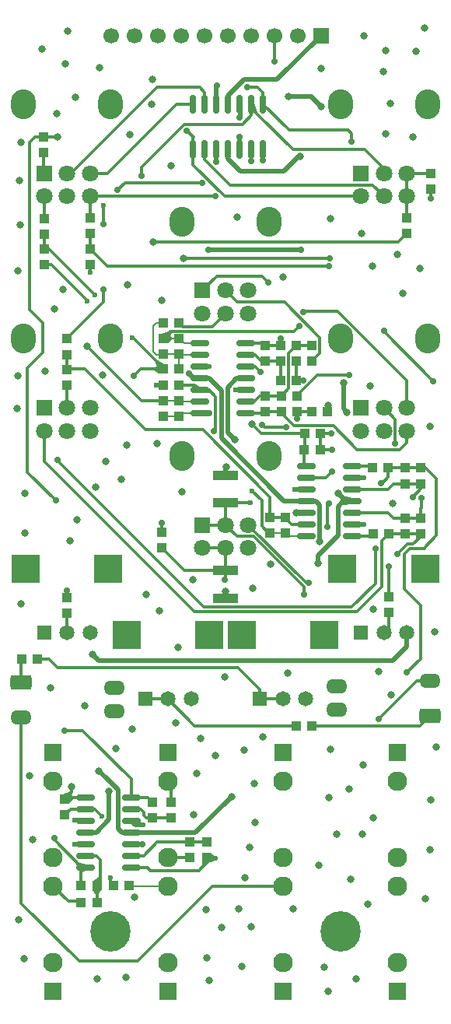
<source format=gbr>
%TF.GenerationSoftware,KiCad,Pcbnew,9.0.6*%
%TF.CreationDate,2025-12-17T11:16:15-05:00*%
%TF.ProjectId,lichen-crustose-control-board,6c696368-656e-42d6-9372-7573746f7365,1.0*%
%TF.SameCoordinates,Original*%
%TF.FileFunction,Copper,L4,Bot*%
%TF.FilePolarity,Positive*%
%FSLAX46Y46*%
G04 Gerber Fmt 4.6, Leading zero omitted, Abs format (unit mm)*
G04 Created by KiCad (PCBNEW 9.0.6) date 2025-12-17 11:16:15*
%MOMM*%
%LPD*%
G01*
G04 APERTURE LIST*
G04 Aperture macros list*
%AMRoundRect*
0 Rectangle with rounded corners*
0 $1 Rounding radius*
0 $2 $3 $4 $5 $6 $7 $8 $9 X,Y pos of 4 corners*
0 Add a 4 corners polygon primitive as box body*
4,1,4,$2,$3,$4,$5,$6,$7,$8,$9,$2,$3,0*
0 Add four circle primitives for the rounded corners*
1,1,$1+$1,$2,$3*
1,1,$1+$1,$4,$5*
1,1,$1+$1,$6,$7*
1,1,$1+$1,$8,$9*
0 Add four rect primitives between the rounded corners*
20,1,$1+$1,$2,$3,$4,$5,0*
20,1,$1+$1,$4,$5,$6,$7,0*
20,1,$1+$1,$6,$7,$8,$9,0*
20,1,$1+$1,$8,$9,$2,$3,0*%
G04 Aperture macros list end*
%TA.AperFunction,ComponentPad*%
%ADD10R,1.650000X1.650000*%
%TD*%
%TA.AperFunction,ComponentPad*%
%ADD11C,1.650000*%
%TD*%
%TA.AperFunction,ComponentPad*%
%ADD12R,3.116000X3.116000*%
%TD*%
%TA.AperFunction,ComponentPad*%
%ADD13O,2.720000X3.240000*%
%TD*%
%TA.AperFunction,ComponentPad*%
%ADD14R,1.800000X1.800000*%
%TD*%
%TA.AperFunction,ComponentPad*%
%ADD15C,1.800000*%
%TD*%
%TA.AperFunction,ComponentPad*%
%ADD16R,1.930000X1.830000*%
%TD*%
%TA.AperFunction,ComponentPad*%
%ADD17C,2.130000*%
%TD*%
%TA.AperFunction,SMDPad,CuDef*%
%ADD18R,1.000000X1.000000*%
%TD*%
%TA.AperFunction,SMDPad,CuDef*%
%ADD19RoundRect,0.150000X0.825000X0.150000X-0.825000X0.150000X-0.825000X-0.150000X0.825000X-0.150000X0*%
%TD*%
%TA.AperFunction,ComponentPad*%
%ADD20RoundRect,0.249630X0.895370X0.535370X-0.895370X0.535370X-0.895370X-0.535370X0.895370X-0.535370X0*%
%TD*%
%TA.AperFunction,ComponentPad*%
%ADD21O,2.290000X1.570000*%
%TD*%
%TA.AperFunction,SMDPad,CuDef*%
%ADD22R,2.700000X1.070000*%
%TD*%
%TA.AperFunction,ComponentPad*%
%ADD23RoundRect,0.249630X-0.895370X-0.535370X0.895370X-0.535370X0.895370X0.535370X-0.895370X0.535370X0*%
%TD*%
%TA.AperFunction,ComponentPad*%
%ADD24C,4.400000*%
%TD*%
%TA.AperFunction,SMDPad,CuDef*%
%ADD25RoundRect,0.150000X-0.150000X0.825000X-0.150000X-0.825000X0.150000X-0.825000X0.150000X0.825000X0*%
%TD*%
%TA.AperFunction,ComponentPad*%
%ADD26R,1.700000X1.700000*%
%TD*%
%TA.AperFunction,ComponentPad*%
%ADD27C,1.700000*%
%TD*%
%TA.AperFunction,ViaPad*%
%ADD28C,0.800000*%
%TD*%
%TA.AperFunction,ViaPad*%
%ADD29C,0.600000*%
%TD*%
%TA.AperFunction,ViaPad*%
%ADD30C,0.700000*%
%TD*%
%TA.AperFunction,Conductor*%
%ADD31C,0.500000*%
%TD*%
%TA.AperFunction,Conductor*%
%ADD32C,0.200000*%
%TD*%
%TA.AperFunction,Conductor*%
%ADD33C,0.300000*%
%TD*%
G04 APERTURE END LIST*
D10*
%TO.P,RV5,1,1*%
%TO.N,/Filters Sheet/CUTOFF_CV_ATTEN_L*%
X116500000Y-184700000D03*
D11*
%TO.P,RV5,2,2*%
X119000000Y-184700000D03*
%TO.P,RV5,3,3*%
%TO.N,GND*%
X121500000Y-184700000D03*
D12*
%TO.P,RV5,CHASSIS1*%
%TO.N,N/C*%
X114500000Y-177700000D03*
%TO.P,RV5,CHASSIS2*%
X123500000Y-177700000D03*
%TD*%
D13*
%TO.P,RV8,*%
%TO.N,*%
X120500000Y-132750000D03*
X130000000Y-132750000D03*
D14*
%TO.P,RV8,1,1*%
%TO.N,Net-(C3-Pad2)*%
X122750000Y-140250000D03*
D15*
%TO.P,RV8,2,2*%
%TO.N,Net-(R25-Pad1)*%
X125250000Y-140250000D03*
%TO.P,RV8,3,3*%
%TO.N,GND*%
X127750000Y-140250000D03*
%TO.P,RV8,4,4*%
%TO.N,Net-(C4-Pad2)*%
X122750000Y-142750000D03*
%TO.P,RV8,5,5*%
%TO.N,Net-(R27-Pad1)*%
X125250000Y-142750000D03*
%TO.P,RV8,6,6*%
%TO.N,GND*%
X127750000Y-142750000D03*
%TD*%
D16*
%TO.P,J8,S*%
%TO.N,GND*%
X144000000Y-216480000D03*
D17*
%TO.P,J8,T*%
%TO.N,/OUTPUT_FEEDBACK_R*%
X144000000Y-205080000D03*
%TO.P,J8,TN*%
%TO.N,unconnected-(J8-PadTN)*%
X144000000Y-213380000D03*
%TD*%
D16*
%TO.P,J3,S*%
%TO.N,GND*%
X106500000Y-216480000D03*
D17*
%TO.P,J3,T*%
%TO.N,PROGRAM_UNBUFFERED_R*%
X106500000Y-205080000D03*
%TO.P,J3,TN*%
%TO.N,PROGRAM_UNBUFFERED_L*%
X106500000Y-213380000D03*
%TD*%
D13*
%TO.P,RV4,*%
%TO.N,*%
X137750000Y-120000000D03*
X147250000Y-120000000D03*
D14*
%TO.P,RV4,1,1*%
%TO.N,/CARRER_CONNECTOR_L*%
X140000000Y-127500000D03*
D15*
%TO.P,RV4,2,2*%
%TO.N,/Amplifiers/CARRIER_AMPLIFICATION_L*%
X142500000Y-127500000D03*
%TO.P,RV4,3,3*%
%TO.N,/Amplifiers/CARRIER_UNAMPLIFIED_L*%
X145000000Y-127500000D03*
%TO.P,RV4,4,4*%
%TO.N,/PROGRAM_CONNECTOR_R*%
X140000000Y-130000000D03*
%TO.P,RV4,5,5*%
%TO.N,/Amplifiers/CARRER_AMPLIFICATION_R*%
X142500000Y-130000000D03*
%TO.P,RV4,6,6*%
%TO.N,/Amplifiers/CARRIER_UNAMPLIFIED_L*%
X145000000Y-130000000D03*
%TD*%
D10*
%TO.P,RV2,1,1*%
%TO.N,GND*%
X140000000Y-177500000D03*
D11*
%TO.P,RV2,2,2*%
%TO.N,Net-(R11-Pad1)*%
X142500000Y-177500000D03*
%TO.P,RV2,3,3*%
%TO.N,-2.5V*%
X145000000Y-177500000D03*
D12*
%TO.P,RV2,CHASSIS1*%
%TO.N,N/C*%
X138000000Y-170500000D03*
%TO.P,RV2,CHASSIS2*%
X147000000Y-170500000D03*
%TD*%
D13*
%TO.P,RV10,*%
%TO.N,*%
X103250000Y-145500000D03*
X112750000Y-145500000D03*
D14*
%TO.P,RV10,1,1*%
%TO.N,/OUTPUT_FEEDBACK_L*%
X105500000Y-153000000D03*
D15*
%TO.P,RV10,2,2*%
%TO.N,/Amplifiers/FEEDBACK_MIX_L*%
X108000000Y-153000000D03*
%TO.P,RV10,3,3*%
%TO.N,GND*%
X110500000Y-153000000D03*
%TO.P,RV10,4,4*%
%TO.N,/OUTPUT_FEEDBACK_R*%
X105500000Y-155500000D03*
%TO.P,RV10,5,5*%
%TO.N,/Amplifiers/FEEDBACK_MIX_R*%
X108000000Y-155500000D03*
%TO.P,RV10,6,6*%
%TO.N,GND*%
X110500000Y-155500000D03*
%TD*%
D16*
%TO.P,J2,S*%
%TO.N,GND*%
X119000000Y-190520000D03*
D17*
%TO.P,J2,T*%
%TO.N,CARRIER_UNBUFFERED_L*%
X119000000Y-201920000D03*
%TO.P,J2,TN*%
%TO.N,PROGRAM_UNBUFFERED_L*%
X119000000Y-193620000D03*
%TD*%
D13*
%TO.P,RV6,*%
%TO.N,*%
X120500000Y-158250000D03*
X130000000Y-158250000D03*
D14*
%TO.P,RV6,1,1*%
%TO.N,/Crossfaders/FILTER_OUT_L*%
X122750000Y-165750000D03*
D15*
%TO.P,RV6,2,2*%
X125250000Y-165750000D03*
%TO.P,RV6,3,3*%
%TO.N,/CONNECTOR_RM_L*%
X127750000Y-165750000D03*
%TO.P,RV6,4,4*%
%TO.N,/Crossfaders/FILTER_OUT_R*%
X122750000Y-168250000D03*
%TO.P,RV6,5,5*%
X125250000Y-168250000D03*
%TO.P,RV6,6,6*%
%TO.N,/CONNECTOR_RM_R*%
X127750000Y-168250000D03*
%TD*%
D16*
%TO.P,J1,S*%
%TO.N,GND*%
X106500000Y-190520000D03*
D17*
%TO.P,J1,T*%
%TO.N,PROGRAM_UNBUFFERED_L*%
X106500000Y-201920000D03*
%TO.P,J1,TN*%
%TO.N,unconnected-(J1-PadTN)*%
X106500000Y-193620000D03*
%TD*%
D16*
%TO.P,J6,S*%
%TO.N,GND*%
X131500000Y-216480000D03*
D17*
%TO.P,J6,T*%
%TO.N,/Filters Sheet/CUTOFF_CV_R*%
X131500000Y-205080000D03*
%TO.P,J6,TN*%
%TO.N,/Filters Sheet/CUTOFF_CV_L*%
X131500000Y-213380000D03*
%TD*%
D13*
%TO.P,RV3,*%
%TO.N,*%
X103250000Y-120000000D03*
X112750000Y-120000000D03*
D14*
%TO.P,RV3,1,1*%
%TO.N,/Amplifiers/PROGRAM_UNAMPLIFIED_L*%
X105500000Y-127500000D03*
D15*
%TO.P,RV3,2,2*%
%TO.N,/Amplifiers/PROGRAM_AMPLIFICATION_L*%
X108000000Y-127500000D03*
%TO.P,RV3,3,3*%
%TO.N,/Amplifiers/PROGRAM_AMPLIFIED_L*%
X110500000Y-127500000D03*
%TO.P,RV3,4,4*%
%TO.N,/Amplifiers/PROGRAM_UNAMPLIFIED_R*%
X105500000Y-130000000D03*
%TO.P,RV3,5,5*%
%TO.N,/Amplifiers/PROGRAM_AMPLIFICATION_R*%
X108000000Y-130000000D03*
%TO.P,RV3,6,6*%
%TO.N,/Amplifiers/PROGRAM_AMPLIFIED_R*%
X110500000Y-130000000D03*
%TD*%
D13*
%TO.P,RV9,*%
%TO.N,*%
X137750000Y-145500000D03*
X147250000Y-145500000D03*
D14*
%TO.P,RV9,1,1*%
%TO.N,GND*%
X140000000Y-153000000D03*
D15*
%TO.P,RV9,2,2*%
%TO.N,/OutputAttenuators/XFADE_OUT_UNATTENUATED_R*%
X142500000Y-153000000D03*
%TO.P,RV9,3,3*%
%TO.N,/Crossfaders/XFADE_OUT_R*%
X145000000Y-153000000D03*
%TO.P,RV9,4,4*%
%TO.N,GND*%
X140000000Y-155500000D03*
%TO.P,RV9,5,5*%
%TO.N,/OutputAttenuators/XFADE_OUT_UNATTENUATED_L*%
X142500000Y-155500000D03*
%TO.P,RV9,6,6*%
%TO.N,/Crossfaders/XFADE_OUT_L*%
X145000000Y-155500000D03*
%TD*%
D16*
%TO.P,J5,S*%
%TO.N,GND*%
X131500000Y-190520000D03*
D17*
%TO.P,J5,T*%
%TO.N,/Filters Sheet/CUTOFF_CV_L*%
X131500000Y-201920000D03*
%TO.P,J5,TN*%
%TO.N,unconnected-(J5-PadTN)*%
X131500000Y-193620000D03*
%TD*%
D16*
%TO.P,J4,S*%
%TO.N,GND*%
X119000000Y-216480000D03*
D17*
%TO.P,J4,T*%
%TO.N,CARRIER_UNBUFFERED_R*%
X119000000Y-205080000D03*
%TO.P,J4,TN*%
%TO.N,CARRIER_UNBUFFERED_L*%
X119000000Y-213380000D03*
%TD*%
D10*
%TO.P,RV7,1,1*%
%TO.N,/Filters Sheet/CUTOFF_CV_ATTEN_R*%
X129000000Y-184700000D03*
D11*
%TO.P,RV7,2,2*%
X131500000Y-184700000D03*
%TO.P,RV7,3,3*%
%TO.N,GND*%
X134000000Y-184700000D03*
D12*
%TO.P,RV7,CHASSIS1*%
%TO.N,N/C*%
X127000000Y-177700000D03*
%TO.P,RV7,CHASSIS2*%
X136000000Y-177700000D03*
%TD*%
D16*
%TO.P,J7,S*%
%TO.N,GND*%
X144000000Y-190520000D03*
D17*
%TO.P,J7,T*%
%TO.N,/OUTPUT_FEEDBACK_L*%
X144000000Y-201920000D03*
%TO.P,J7,TN*%
%TO.N,unconnected-(J7-PadTN)*%
X144000000Y-193620000D03*
%TD*%
D10*
%TO.P,RV1,1,1*%
%TO.N,GND*%
X105500000Y-177500000D03*
D11*
%TO.P,RV1,2,2*%
%TO.N,Net-(R12-Pad1)*%
X108000000Y-177500000D03*
%TO.P,RV1,3,3*%
%TO.N,-2.5V*%
X110500000Y-177500000D03*
D12*
%TO.P,RV1,CHASSIS1*%
%TO.N,N/C*%
X103500000Y-170500000D03*
%TO.P,RV1,CHASSIS2*%
X112500000Y-170500000D03*
%TD*%
D18*
%TO.P,C10,1*%
%TO.N,Net-(OP4D--)*%
X135575000Y-155800000D03*
%TO.P,C10,2*%
%TO.N,/CARRIER_CONNECTOR_R*%
X133875000Y-155800000D03*
%TD*%
D19*
%TO.P,OP3,1*%
%TO.N,Net-(C3-Pad2)*%
X127425000Y-145990000D03*
%TO.P,OP3,2,-*%
%TO.N,Net-(OP3A--)*%
X127425000Y-147260000D03*
%TO.P,OP3,3,+*%
%TO.N,Net-(OP3A-+)*%
X127425000Y-148530000D03*
%TO.P,OP3,4,V+*%
%TO.N,+12V*%
X127425000Y-149800000D03*
%TO.P,OP3,5,+*%
%TO.N,GND*%
X127425000Y-151070000D03*
%TO.P,OP3,6,-*%
%TO.N,Net-(OP3B--)*%
X127425000Y-152340000D03*
%TO.P,OP3,7*%
%TO.N,/Crossfaders/XFADE_OUT_L*%
X127425000Y-153610000D03*
%TO.P,OP3,8*%
%TO.N,Net-(C4-Pad2)*%
X122475000Y-153610000D03*
%TO.P,OP3,9,-*%
%TO.N,Net-(OP3C--)*%
X122475000Y-152340000D03*
%TO.P,OP3,10,+*%
%TO.N,Net-(OP3C-+)*%
X122475000Y-151070000D03*
%TO.P,OP3,11,V-*%
%TO.N,-12V*%
X122475000Y-149800000D03*
%TO.P,OP3,12,+*%
%TO.N,GND*%
X122475000Y-148530000D03*
%TO.P,OP3,13,-*%
%TO.N,Net-(OP3D--)*%
X122475000Y-147260000D03*
%TO.P,OP3,14*%
%TO.N,/Crossfaders/XFADE_OUT_R*%
X122475000Y-145990000D03*
%TD*%
D18*
%TO.P,R25,1*%
%TO.N,Net-(R25-Pad1)*%
X134650000Y-147900000D03*
%TO.P,R25,2*%
%TO.N,Net-(OP3B--)*%
X134650000Y-146200000D03*
%TD*%
%TO.P,R15,1*%
%TO.N,/Filters Sheet/CUTOFF_CV_ATTEN_L*%
X132950000Y-187600000D03*
%TO.P,R15,2*%
%TO.N,Net-(U1--)*%
X134650000Y-187600000D03*
%TD*%
%TO.P,C6,1*%
%TO.N,Net-(OP3D--)*%
X118500000Y-147150000D03*
%TO.P,C6,2*%
%TO.N,/Crossfaders/XFADE_OUT_R*%
X118500000Y-145450000D03*
%TD*%
%TO.P,C9,1*%
%TO.N,Net-(OP4C--)*%
X130100000Y-164900000D03*
%TO.P,C9,2*%
%TO.N,/PROGRAM_CONNECTOR_L*%
X130100000Y-166600000D03*
%TD*%
%TO.P,R18,1*%
%TO.N,/PROGRAM_L_XFADE*%
X133050000Y-151700000D03*
%TO.P,R18,2*%
%TO.N,Net-(OP3A-+)*%
X133050000Y-153400000D03*
%TD*%
%TO.P,R6,1*%
%TO.N,Net-(OP1B--)*%
X123200000Y-200250000D03*
%TO.P,R6,2*%
%TO.N,/Amplifiers/CARRIER_IN_L*%
X123200000Y-201950000D03*
%TD*%
%TO.P,R8,1*%
%TO.N,Net-(OP1D--)*%
X107750000Y-197300000D03*
%TO.P,R8,2*%
%TO.N,/Amplifiers/CARRIER_IN_R*%
X107750000Y-195600000D03*
%TD*%
%TO.P,R36,1*%
%TO.N,/Amplifiers/FEEDBACK_MIX_L*%
X108000000Y-150550000D03*
%TO.P,R36,2*%
%TO.N,Net-(OP4C--)*%
X108000000Y-148850000D03*
%TD*%
D20*
%TO.P,U1,1,-*%
%TO.N,Net-(U1--)*%
X147500000Y-186500000D03*
D21*
%TO.P,U1,2,+*%
%TO.N,/Filters Sheet/CUTOFF_CV_L*%
X147500000Y-182690000D03*
%TO.P,U1,3*%
%TO.N,/Crossfaders/FILTER_OUT_L*%
X137340000Y-183330000D03*
%TO.P,U1,4*%
%TO.N,/CONNECTOR_RM_L*%
X137340000Y-185860000D03*
%TD*%
D18*
%TO.P,R26,1*%
%TO.N,/Crossfaders/FILTER_OUT_L*%
X133000000Y-147900000D03*
%TO.P,R26,2*%
%TO.N,Net-(OP3B--)*%
X133000000Y-146200000D03*
%TD*%
D22*
%TO.P,C2,1*%
%TO.N,/Crossfaders/FILTER_OUT_R*%
X125250000Y-170695000D03*
%TO.P,C2,2*%
%TO.N,GND*%
X125250000Y-173705000D03*
%TD*%
D18*
%TO.P,R14,1*%
%TO.N,/Amplifiers/CARRIER_IN_R*%
X145000000Y-134050000D03*
%TO.P,R14,2*%
%TO.N,/Amplifiers/CARRIER_UNAMPLIFIED_L*%
X145000000Y-132350000D03*
%TD*%
%TO.P,R7,1*%
%TO.N,Net-(OP1C--)*%
X111250000Y-205000000D03*
%TO.P,R7,2*%
%TO.N,/PROGRAM_R_XFADE*%
X109550000Y-205000000D03*
%TD*%
%TO.P,R40,1*%
%TO.N,/Amplifiers/PROGRAM_AMPLIFIED_R*%
X110500000Y-132300000D03*
%TO.P,R40,2*%
%TO.N,Net-(OP4D--)*%
X110500000Y-134000000D03*
%TD*%
%TO.P,R3,1*%
%TO.N,PROGRAM_UNBUFFERED_R*%
X109550000Y-206800000D03*
%TO.P,R3,2*%
%TO.N,Net-(OP1C--)*%
X111250000Y-206800000D03*
%TD*%
%TO.P,C4,1*%
%TO.N,Net-(OP3C--)*%
X118500000Y-152250000D03*
%TO.P,C4,2*%
%TO.N,Net-(C4-Pad2)*%
X118500000Y-153950000D03*
%TD*%
%TO.P,R35,1*%
%TO.N,/Amplifiers/FEEDBACK_MIX_R*%
X110500000Y-137400000D03*
%TO.P,R35,2*%
%TO.N,Net-(OP4D--)*%
X110500000Y-135700000D03*
%TD*%
%TO.P,C7,1*%
%TO.N,/OutputAttenuators/XFADE_OUT_UNATTENUATED_L*%
X146550000Y-161250000D03*
%TO.P,C7,2*%
%TO.N,/OUTPUT_FEEDBACK_L*%
X146550000Y-159550000D03*
%TD*%
%TO.P,R4,1*%
%TO.N,CARRIER_UNBUFFERED_R*%
X114750000Y-205000000D03*
%TO.P,R4,2*%
%TO.N,Net-(OP1D--)*%
X113050000Y-205000000D03*
%TD*%
D19*
%TO.P,OP4,1*%
%TO.N,Net-(OP4-Pad1)*%
X139050000Y-159340000D03*
%TO.P,OP4,2,-*%
%TO.N,GND*%
X139050000Y-160610000D03*
%TO.P,OP4,3,+*%
%TO.N,/OutputAttenuators/XFADE_OUT_UNATTENUATED_L*%
X139050000Y-161880000D03*
%TO.P,OP4,4,V+*%
%TO.N,+12V*%
X139050000Y-163150000D03*
%TO.P,OP4,5,+*%
%TO.N,/OutputAttenuators/XFADE_OUT_UNATTENUATED_R*%
X139050000Y-164420000D03*
%TO.P,OP4,6,-*%
%TO.N,GND*%
X139050000Y-165690000D03*
%TO.P,OP4,7*%
%TO.N,Net-(OP4-Pad7)*%
X139050000Y-166960000D03*
%TO.P,OP4,8*%
%TO.N,/PROGRAM_CONNECTOR_L*%
X134100000Y-166960000D03*
%TO.P,OP4,9,-*%
%TO.N,Net-(OP4C--)*%
X134100000Y-165690000D03*
%TO.P,OP4,10,+*%
%TO.N,GND*%
X134100000Y-164420000D03*
%TO.P,OP4,11,V-*%
%TO.N,-12V*%
X134100000Y-163150000D03*
%TO.P,OP4,12,+*%
%TO.N,GND*%
X134100000Y-161880000D03*
%TO.P,OP4,13,-*%
%TO.N,Net-(OP4D--)*%
X134100000Y-160610000D03*
%TO.P,OP4,14*%
%TO.N,/CARRIER_CONNECTOR_R*%
X134100000Y-159340000D03*
%TD*%
D18*
%TO.P,R24,1*%
%TO.N,Net-(OP3C--)*%
X120200000Y-152250000D03*
%TO.P,R24,2*%
%TO.N,Net-(C4-Pad2)*%
X120200000Y-153950000D03*
%TD*%
%TO.P,R34,1*%
%TO.N,Net-(OP4-Pad7)*%
X141350000Y-166750000D03*
%TO.P,R34,2*%
%TO.N,/OUTPUT_FEEDBACK_R*%
X143050000Y-166750000D03*
%TD*%
%TO.P,R31,1*%
%TO.N,/OutputAttenuators/XFADE_OUT_UNATTENUATED_L*%
X144850000Y-161250000D03*
%TO.P,R31,2*%
%TO.N,/OUTPUT_FEEDBACK_L*%
X144850000Y-159550000D03*
%TD*%
%TO.P,R23,1*%
%TO.N,Net-(OP3A--)*%
X129600000Y-147900000D03*
%TO.P,R23,2*%
%TO.N,Net-(C3-Pad2)*%
X129600000Y-146200000D03*
%TD*%
%TO.P,R16,1*%
%TO.N,/Filters Sheet/CUTOFF_CV_ATTEN_R*%
X104750000Y-180350000D03*
%TO.P,R16,2*%
%TO.N,Net-(U2--)*%
X103050000Y-180350000D03*
%TD*%
%TO.P,R9,1*%
%TO.N,/PROGRAM_L_XFADE*%
X105450000Y-123500000D03*
%TO.P,R9,2*%
%TO.N,/Amplifiers/PROGRAM_UNAMPLIFIED_L*%
X105450000Y-125200000D03*
%TD*%
D23*
%TO.P,U2,1,-*%
%TO.N,Net-(U2--)*%
X103020000Y-182860000D03*
D21*
%TO.P,U2,2,+*%
%TO.N,/Filters Sheet/CUTOFF_CV_R*%
X103020000Y-186670000D03*
%TO.P,U2,3*%
%TO.N,/Crossfaders/FILTER_OUT_R*%
X113180000Y-186030000D03*
%TO.P,U2,4*%
%TO.N,/CONNECTOR_RM_R*%
X113180000Y-183500000D03*
%TD*%
D18*
%TO.P,R20,1*%
%TO.N,/Crossfaders/FILTER_OUT_R*%
X118300000Y-168250000D03*
%TO.P,R20,2*%
%TO.N,Net-(OP3C-+)*%
X118300000Y-166550000D03*
%TD*%
%TO.P,R30,1*%
%TO.N,Net-(OP3D--)*%
X120200000Y-147150000D03*
%TO.P,R30,2*%
%TO.N,/Crossfaders/XFADE_OUT_R*%
X120200000Y-145450000D03*
%TD*%
D24*
%TO.P,H2,1,1*%
%TO.N,GND*%
X137750000Y-210000000D03*
%TD*%
D19*
%TO.P,OP1,1*%
%TO.N,/PROGRAM_L_XFADE*%
X115000000Y-195400000D03*
%TO.P,OP1,2,-*%
%TO.N,Net-(OP1A--)*%
X115000000Y-196670000D03*
%TO.P,OP1,3,+*%
%TO.N,GND*%
X115000000Y-197940000D03*
%TO.P,OP1,4,V+*%
%TO.N,+12V*%
X115000000Y-199210000D03*
%TO.P,OP1,5,+*%
%TO.N,GND*%
X115000000Y-200480000D03*
%TO.P,OP1,6,-*%
%TO.N,Net-(OP1B--)*%
X115000000Y-201750000D03*
%TO.P,OP1,7*%
%TO.N,/Amplifiers/CARRIER_IN_L*%
X115000000Y-203020000D03*
%TO.P,OP1,8*%
%TO.N,/PROGRAM_R_XFADE*%
X110050000Y-203020000D03*
%TO.P,OP1,9,-*%
%TO.N,Net-(OP1C--)*%
X110050000Y-201750000D03*
%TO.P,OP1,10,+*%
%TO.N,GND*%
X110050000Y-200480000D03*
%TO.P,OP1,11,V-*%
%TO.N,-12V*%
X110050000Y-199210000D03*
%TO.P,OP1,12,+*%
%TO.N,GND*%
X110050000Y-197940000D03*
%TO.P,OP1,13,-*%
%TO.N,Net-(OP1D--)*%
X110050000Y-196670000D03*
%TO.P,OP1,14*%
%TO.N,/Amplifiers/CARRIER_IN_R*%
X110050000Y-195400000D03*
%TD*%
D22*
%TO.P,C1,1*%
%TO.N,/Crossfaders/FILTER_OUT_L*%
X125300000Y-163355000D03*
%TO.P,C1,2*%
%TO.N,GND*%
X125300000Y-160345000D03*
%TD*%
D18*
%TO.P,C3,1*%
%TO.N,Net-(OP3A--)*%
X131300000Y-147900000D03*
%TO.P,C3,2*%
%TO.N,Net-(C3-Pad2)*%
X131300000Y-146200000D03*
%TD*%
%TO.P,R28,1*%
%TO.N,/PROGRAM_R_XFADE*%
X118500000Y-148800000D03*
%TO.P,R28,2*%
%TO.N,Net-(OP3D--)*%
X120200000Y-148800000D03*
%TD*%
%TO.P,R13,1*%
%TO.N,/Amplifiers/CARRIER_IN_L*%
X147600000Y-129200000D03*
%TO.P,R13,2*%
%TO.N,/Amplifiers/CARRIER_UNAMPLIFIED_L*%
X147600000Y-127500000D03*
%TD*%
%TO.P,R19,1*%
%TO.N,/PROGRAM_R_XFADE*%
X105500000Y-135700000D03*
%TO.P,R19,2*%
%TO.N,Net-(OP3C--)*%
X105500000Y-137400000D03*
%TD*%
%TO.P,R33,1*%
%TO.N,Net-(OP4-Pad1)*%
X141275000Y-159550000D03*
%TO.P,R33,2*%
%TO.N,/OUTPUT_FEEDBACK_L*%
X142975000Y-159550000D03*
%TD*%
%TO.P,R38,1*%
%TO.N,Net-(OP4D--)*%
X135550000Y-157600000D03*
%TO.P,R38,2*%
%TO.N,/CARRIER_CONNECTOR_R*%
X133850000Y-157600000D03*
%TD*%
%TO.P,R12,1*%
%TO.N,Net-(R12-Pad1)*%
X108000000Y-175350000D03*
%TO.P,R12,2*%
%TO.N,/Amplifiers/CARRIER_AMPLIFICATION_L*%
X108000000Y-173650000D03*
%TD*%
%TO.P,C5,1*%
%TO.N,Net-(OP3B--)*%
X131350000Y-151700000D03*
%TO.P,C5,2*%
%TO.N,/Crossfaders/XFADE_OUT_L*%
X131350000Y-153400000D03*
%TD*%
%TO.P,R29,1*%
%TO.N,Net-(OP3B--)*%
X129600000Y-151700000D03*
%TO.P,R29,2*%
%TO.N,/Crossfaders/XFADE_OUT_L*%
X129600000Y-153400000D03*
%TD*%
D25*
%TO.P,OP2,1*%
%TO.N,/Amplifiers/PROGRAM_AMPLIFIED_L*%
X121740000Y-119975000D03*
%TO.P,OP2,2,-*%
%TO.N,/Amplifiers/PROGRAM_AMPLIFICATION_L*%
X123010000Y-119975000D03*
%TO.P,OP2,3,+*%
%TO.N,GND*%
X124280000Y-119975000D03*
%TO.P,OP2,4,V+*%
%TO.N,+12V*%
X125550000Y-119975000D03*
%TO.P,OP2,5,+*%
%TO.N,GND*%
X126820000Y-119975000D03*
%TO.P,OP2,6,-*%
%TO.N,/Amplifiers/CARRIER_AMPLIFICATION_L*%
X128090000Y-119975000D03*
%TO.P,OP2,7*%
%TO.N,/CARRER_CONNECTOR_L*%
X129360000Y-119975000D03*
%TO.P,OP2,8*%
%TO.N,/Amplifiers/PROGRAM_AMPLIFIED_R*%
X129360000Y-124925000D03*
%TO.P,OP2,9,-*%
%TO.N,/Amplifiers/PROGRAM_AMPLIFICATION_R*%
X128090000Y-124925000D03*
%TO.P,OP2,10,+*%
%TO.N,GND*%
X126820000Y-124925000D03*
%TO.P,OP2,11,V-*%
%TO.N,-12V*%
X125550000Y-124925000D03*
%TO.P,OP2,12,+*%
%TO.N,GND*%
X124280000Y-124925000D03*
%TO.P,OP2,13,-*%
%TO.N,/Amplifiers/CARRER_AMPLIFICATION_R*%
X123010000Y-124925000D03*
%TO.P,OP2,14*%
%TO.N,/PROGRAM_CONNECTOR_R*%
X121740000Y-124925000D03*
%TD*%
D24*
%TO.P,H1,1,1*%
%TO.N,GND*%
X112750000Y-210000000D03*
%TD*%
D18*
%TO.P,C8,1*%
%TO.N,/OUTPUT_FEEDBACK_R*%
X146550000Y-166750000D03*
%TO.P,C8,2*%
%TO.N,/OutputAttenuators/XFADE_OUT_UNATTENUATED_R*%
X146550000Y-165050000D03*
%TD*%
%TO.P,R2,1*%
%TO.N,CARRIER_UNBUFFERED_L*%
X121400000Y-201950000D03*
%TO.P,R2,2*%
%TO.N,Net-(OP1B--)*%
X121400000Y-200250000D03*
%TD*%
%TO.P,R37,1*%
%TO.N,Net-(OP4C--)*%
X131800000Y-164900000D03*
%TO.P,R37,2*%
%TO.N,/PROGRAM_CONNECTOR_L*%
X131800000Y-166600000D03*
%TD*%
%TO.P,R32,1*%
%TO.N,/OutputAttenuators/XFADE_OUT_UNATTENUATED_R*%
X144850000Y-165050000D03*
%TO.P,R32,2*%
%TO.N,/OUTPUT_FEEDBACK_R*%
X144850000Y-166750000D03*
%TD*%
D26*
%TO.P,CONN1,1,Pin_1*%
%TO.N,+12V*%
X135650000Y-112500000D03*
D27*
%TO.P,CONN1,2,Pin_2*%
%TO.N,GND*%
X133110000Y-112500000D03*
%TO.P,CONN1,3,Pin_3*%
%TO.N,/CONNECTOR_RM_L*%
X130570000Y-112500000D03*
%TO.P,CONN1,4,Pin_4*%
%TO.N,/CONNECTOR_RM_R*%
X128030000Y-112500000D03*
%TO.P,CONN1,5,Pin_5*%
%TO.N,-2.5V*%
X125490000Y-112500000D03*
%TO.P,CONN1,6,Pin_6*%
%TO.N,-12V*%
X122950000Y-112500000D03*
%TO.P,CONN1,7,Pin_7*%
%TO.N,/PROGRAM_CONNECTOR_L*%
X120410000Y-112500000D03*
%TO.P,CONN1,8,Pin_8*%
%TO.N,/CARRER_CONNECTOR_L*%
X117870000Y-112500000D03*
%TO.P,CONN1,9,Pin_9*%
%TO.N,/CARRIER_CONNECTOR_R*%
X115330000Y-112500000D03*
%TO.P,CONN1,10,Pin_10*%
%TO.N,/PROGRAM_CONNECTOR_R*%
X112790000Y-112500000D03*
%TD*%
D18*
%TO.P,R39,1*%
%TO.N,/Amplifiers/PROGRAM_AMPLIFIED_L*%
X108000000Y-145500000D03*
%TO.P,R39,2*%
%TO.N,Net-(OP4C--)*%
X108000000Y-147200000D03*
%TD*%
%TO.P,R22,1*%
%TO.N,GND*%
X118500000Y-150500000D03*
%TO.P,R22,2*%
%TO.N,Net-(OP3C-+)*%
X120200000Y-150500000D03*
%TD*%
%TO.P,R5,1*%
%TO.N,Net-(OP1A--)*%
X117300000Y-197650000D03*
%TO.P,R5,2*%
%TO.N,/PROGRAM_L_XFADE*%
X117300000Y-195950000D03*
%TD*%
%TO.P,R17,1*%
%TO.N,/Crossfaders/FILTER_OUT_L*%
X133000000Y-150000000D03*
%TO.P,R17,2*%
%TO.N,Net-(OP3A--)*%
X131300000Y-150000000D03*
%TD*%
%TO.P,R10,1*%
%TO.N,/PROGRAM_R_XFADE*%
X105500000Y-134100000D03*
%TO.P,R10,2*%
%TO.N,/Amplifiers/PROGRAM_UNAMPLIFIED_R*%
X105500000Y-132400000D03*
%TD*%
%TO.P,R21,1*%
%TO.N,GND*%
X136350000Y-153400000D03*
%TO.P,R21,2*%
%TO.N,Net-(OP3A-+)*%
X134650000Y-153400000D03*
%TD*%
%TO.P,R27,1*%
%TO.N,Net-(R27-Pad1)*%
X120200000Y-143800000D03*
%TO.P,R27,2*%
%TO.N,Net-(OP3D--)*%
X118500000Y-143800000D03*
%TD*%
%TO.P,R11,1*%
%TO.N,Net-(R11-Pad1)*%
X143000000Y-175300000D03*
%TO.P,R11,2*%
%TO.N,/Amplifiers/CARRER_AMPLIFICATION_R*%
X143000000Y-173600000D03*
%TD*%
%TO.P,R1,1*%
%TO.N,PROGRAM_UNBUFFERED_L*%
X119350000Y-195950000D03*
%TO.P,R1,2*%
%TO.N,Net-(OP1A--)*%
X119350000Y-197650000D03*
%TD*%
D28*
%TO.N,GND*%
X111250000Y-215150000D03*
X106200000Y-183500000D03*
X102650000Y-138100000D03*
X111150000Y-161600000D03*
D29*
X126400000Y-151070000D03*
D28*
X111550000Y-116000000D03*
X106850000Y-121000000D03*
X103450000Y-166650000D03*
X128350000Y-193900000D03*
D29*
X123500000Y-148500000D03*
D28*
X148200000Y-189950000D03*
X141000000Y-150600000D03*
X107800000Y-115600000D03*
X109100000Y-165150000D03*
X147050000Y-206400000D03*
X121750000Y-197250000D03*
X119300000Y-126700000D03*
X141900000Y-181700000D03*
X127850000Y-200800000D03*
D30*
X124250000Y-126200000D03*
D28*
X105600000Y-149050000D03*
X112200000Y-158800000D03*
X140350000Y-112500000D03*
X136450000Y-216500000D03*
X136400000Y-152700000D03*
D29*
X140300000Y-165700000D03*
D28*
X103950000Y-193000000D03*
X142450000Y-116400000D03*
X104300000Y-199950000D03*
X142700000Y-114100000D03*
X128250000Y-172650000D03*
D29*
X117700000Y-150500000D03*
D28*
X135400000Y-202800000D03*
X146000000Y-114250000D03*
D30*
X124294975Y-117935025D03*
D28*
X116600000Y-173350000D03*
X130150000Y-170050000D03*
X129350000Y-188800000D03*
X127050000Y-213750000D03*
D29*
X140300000Y-160600000D03*
X108800000Y-197900000D03*
D28*
X125250000Y-173000000D03*
X127300000Y-190250000D03*
X146450000Y-137850000D03*
X114500000Y-157050000D03*
X117800000Y-156900000D03*
X118300000Y-141350000D03*
X144000000Y-136350000D03*
X123150000Y-207600000D03*
X114400000Y-215000000D03*
X115100000Y-188000000D03*
X113950000Y-160800000D03*
X128500000Y-198100000D03*
X126700000Y-207500000D03*
X132000000Y-181900000D03*
X137350000Y-199400000D03*
D29*
X116300000Y-198400000D03*
D28*
X108300000Y-167450000D03*
X108050000Y-112000000D03*
D29*
X132800000Y-161900000D03*
D28*
X139500000Y-215150000D03*
X143300000Y-184200000D03*
X117200000Y-119950000D03*
X138700000Y-194500000D03*
X102550000Y-153100000D03*
X131500000Y-138750000D03*
X102750000Y-208700000D03*
D30*
X126800000Y-123550000D03*
D28*
X124150000Y-190850000D03*
X145700000Y-123550000D03*
X111900000Y-149400000D03*
X109950000Y-185450000D03*
X108950000Y-119250000D03*
X120100000Y-179050000D03*
X136650000Y-132450000D03*
X103000000Y-124100000D03*
X107600000Y-140150000D03*
X115350000Y-206250000D03*
X140750000Y-207050000D03*
X122150000Y-192800000D03*
X103400000Y-162300000D03*
X125150000Y-182300000D03*
X141350000Y-174900000D03*
X147650000Y-195650000D03*
X105300000Y-113950000D03*
X123200000Y-212850000D03*
X117300000Y-117250000D03*
X141300000Y-137600000D03*
X103300000Y-212900000D03*
X102900000Y-133100000D03*
X124850000Y-209550000D03*
X140200000Y-199400000D03*
D30*
X126800000Y-121450000D03*
D28*
X136550000Y-195400000D03*
X136050000Y-213850000D03*
X147550000Y-201050000D03*
X102950000Y-174300000D03*
X126500000Y-132250000D03*
X127400000Y-204150000D03*
X121700000Y-171700000D03*
D29*
X108869620Y-200469620D03*
D28*
X120500000Y-162100000D03*
X133000000Y-164400000D03*
X146950000Y-111650000D03*
X125350000Y-159400000D03*
X135650000Y-116100000D03*
D30*
X116200000Y-200500000D03*
D28*
X141350000Y-197600000D03*
X143500000Y-163400000D03*
X119800000Y-187250000D03*
X114600000Y-139600000D03*
X128050000Y-209500000D03*
X147550000Y-155050000D03*
X132600000Y-207550000D03*
X143200000Y-119850000D03*
X122550000Y-189000000D03*
X106650000Y-142200000D03*
X140250000Y-191850000D03*
X136650000Y-190200000D03*
X102650000Y-149500000D03*
X113350000Y-190100000D03*
X142700000Y-123150000D03*
X102800000Y-128300000D03*
X114850000Y-123300000D03*
X123450000Y-215350000D03*
X144550000Y-140550000D03*
X140050000Y-134000000D03*
X138900000Y-204300000D03*
X118100000Y-175100000D03*
X148050000Y-177400000D03*
%TO.N,-2.5V*%
X132138126Y-119150000D03*
X135650000Y-120200000D03*
X110775000Y-179825000D03*
D30*
%TO.N,-12V*%
X133500000Y-135800000D03*
X123400000Y-135800000D03*
D28*
X135526000Y-167574000D03*
D30*
X121249999Y-149254612D03*
D28*
X112569669Y-194769669D03*
X133400000Y-125650000D03*
%TO.N,+12V*%
X135300000Y-169900000D03*
X138450000Y-153500000D03*
X125900000Y-195300000D03*
X137500000Y-162298159D03*
X111500000Y-192500000D03*
X126300000Y-156500000D03*
X138100000Y-150300000D03*
D30*
%TO.N,/Crossfaders/FILTER_OUT_L*%
X133800000Y-173300000D03*
D29*
X128000000Y-163355000D03*
D30*
X133700000Y-150000000D03*
%TO.N,/Crossfaders/FILTER_OUT_R*%
X125200000Y-171700000D03*
D29*
%TO.N,Net-(OP3C--)*%
X110200000Y-141400000D03*
D28*
X110200000Y-146300000D03*
D30*
%TO.N,/Crossfaders/XFADE_OUT_R*%
X133299999Y-144137950D03*
X133700000Y-142558051D03*
%TO.N,/OUTPUT_FEEDBACK_L*%
X145000000Y-181800000D03*
X106930818Y-158700000D03*
X142223538Y-161180000D03*
X141599000Y-168300000D03*
%TO.N,Net-(C3-Pad2)*%
X129919669Y-139400000D03*
X131300000Y-145500000D03*
%TO.N,/OUTPUT_FEEDBACK_R*%
X144000000Y-168900000D03*
D29*
%TO.N,Net-(OP1D--)*%
X111837120Y-197482120D03*
X112700000Y-204100000D03*
D30*
%TO.N,/CONNECTOR_RM_L*%
X130580025Y-115319975D03*
X134316640Y-172027682D03*
%TO.N,Net-(C4-Pad2)*%
X123500000Y-153600000D03*
D28*
%TO.N,/CARRIER_CONNECTOR_R*%
X128155808Y-154804910D03*
D30*
%TO.N,/CARRER_CONNECTOR_L*%
X139000000Y-124000000D03*
X127590687Y-118100000D03*
%TO.N,/PROGRAM_CONNECTOR_R*%
X121050000Y-122850000D03*
D28*
%TO.N,/Amplifiers/CARRIER_IN_R*%
X117400000Y-135000000D03*
X108500000Y-194200000D03*
D30*
%TO.N,/Amplifiers/CARRIER_IN_L*%
X147600000Y-130200000D03*
X136550000Y-163375813D03*
X136325999Y-165939370D03*
D29*
X124200000Y-202000000D03*
D30*
%TO.N,/Filters Sheet/CUTOFF_CV_L*%
X141900000Y-186900000D03*
%TO.N,/PROGRAM_L_XFADE*%
X136600000Y-136700000D03*
X106794975Y-163094975D03*
X107700000Y-188100000D03*
X138724852Y-149468630D03*
D28*
X120700000Y-136700000D03*
X107000000Y-123500000D03*
D30*
%TO.N,Net-(OP3C-+)*%
X124000000Y-155500000D03*
X118300000Y-165500000D03*
%TO.N,Net-(OP3A-+)*%
X131900000Y-155100000D03*
X133050000Y-154150000D03*
X129255025Y-154855025D03*
X129100000Y-149112348D03*
D29*
%TO.N,/PROGRAM_R_XFADE*%
X111000000Y-140700000D03*
D30*
X115300000Y-149500000D03*
X106600000Y-199800000D03*
D29*
X115100000Y-145400000D03*
D30*
%TO.N,Net-(OP4D--)*%
X136750000Y-155800000D03*
X136850000Y-157550000D03*
X136850000Y-159950000D03*
X136479334Y-137591877D03*
%TO.N,/Amplifiers/CARRIER_AMPLIFICATION_L*%
X116100000Y-127800000D03*
X108000000Y-172900000D03*
%TO.N,/Amplifiers/CARRER_AMPLIFICATION_R*%
X147900000Y-150100000D03*
X142500000Y-144650000D03*
X143000000Y-170225314D03*
%TO.N,/Amplifiers/PROGRAM_AMPLIFICATION_R*%
X113500000Y-129300000D03*
X122699999Y-128489949D03*
X128050000Y-126150000D03*
D29*
%TO.N,/Amplifiers/FEEDBACK_MIX_R*%
X110500000Y-138300000D03*
%TO.N,/Amplifiers/PROGRAM_AMPLIFIED_L*%
X112000000Y-131000000D03*
D30*
X112000000Y-140100000D03*
X112000000Y-133000000D03*
%TO.N,/Amplifiers/PROGRAM_AMPLIFIED_R*%
X129350000Y-126100000D03*
X124155025Y-129944975D03*
%TO.N,/OutputAttenuators/XFADE_OUT_UNATTENUATED_L*%
X145656265Y-162693735D03*
%TO.N,/OutputAttenuators/XFADE_OUT_UNATTENUATED_R*%
X143750000Y-156850000D03*
X146555025Y-162855025D03*
D29*
%TO.N,/PROGRAM_CONNECTOR_L*%
X128139673Y-162039673D03*
%TD*%
D31*
%TO.N,GND*%
X126800000Y-121450000D02*
X126850000Y-121400000D01*
X116180000Y-200480000D02*
X115000000Y-200480000D01*
X136400000Y-152700000D02*
X136400000Y-152751000D01*
X139060000Y-160600000D02*
X139050000Y-160610000D01*
X139060000Y-165700000D02*
X139050000Y-165690000D01*
X115460000Y-198400000D02*
X115000000Y-197940000D01*
X108869620Y-200469620D02*
X109009620Y-200469620D01*
X125300000Y-159450000D02*
X125350000Y-159400000D01*
X140300000Y-165700000D02*
X139060000Y-165700000D01*
X124250000Y-126200000D02*
X124250000Y-124955000D01*
X134100000Y-164420000D02*
X133020000Y-164420000D01*
X133020000Y-164420000D02*
X133000000Y-164400000D01*
X124250000Y-124955000D02*
X124280000Y-124925000D01*
X125300000Y-160345000D02*
X125300000Y-159450000D01*
X118500000Y-150500000D02*
X117700000Y-150500000D01*
X126850000Y-120005000D02*
X126820000Y-119975000D01*
X126820000Y-124925000D02*
X126820000Y-123570000D01*
X125250000Y-173000000D02*
X125250000Y-173705000D01*
X109020000Y-200480000D02*
X110050000Y-200480000D01*
X126400000Y-151070000D02*
X127425000Y-151070000D01*
X108800000Y-197900000D02*
X110010000Y-197900000D01*
D32*
X122505000Y-148500000D02*
X122475000Y-148530000D01*
D31*
X126820000Y-123570000D02*
X126800000Y-123550000D01*
X136350000Y-152801000D02*
X136350000Y-153400000D01*
X116200000Y-200500000D02*
X116180000Y-200480000D01*
X132820000Y-161880000D02*
X132800000Y-161900000D01*
X136400000Y-152751000D02*
X136350000Y-152801000D01*
X126850000Y-121400000D02*
X126850000Y-120005000D01*
X134100000Y-161880000D02*
X132820000Y-161880000D01*
X124280000Y-117950000D02*
X124280000Y-119975000D01*
X116300000Y-198400000D02*
X115460000Y-198400000D01*
X110010000Y-197900000D02*
X110050000Y-197940000D01*
D32*
X123500000Y-148500000D02*
X122505000Y-148500000D01*
D31*
X109009620Y-200469620D02*
X109020000Y-200480000D01*
X140300000Y-160600000D02*
X139060000Y-160600000D01*
X124294975Y-117935025D02*
X124280000Y-117950000D01*
%TO.N,-2.5V*%
X134650000Y-119150000D02*
X132138126Y-119150000D01*
X134651724Y-119201724D02*
X134651724Y-119151724D01*
X135650000Y-120200000D02*
X134651724Y-119201724D01*
X111450000Y-180500000D02*
X110775000Y-179825000D01*
X134651724Y-119151724D02*
X134650000Y-119150000D01*
X145000000Y-179000000D02*
X143500000Y-180500000D01*
X143500000Y-180500000D02*
X111450000Y-180500000D01*
X145000000Y-177500000D02*
X145000000Y-179000000D01*
%TO.N,-12V*%
X112569669Y-194769669D02*
X112569669Y-194781549D01*
X135526000Y-163601001D02*
X135074999Y-163150000D01*
X135526000Y-167574000D02*
X135526000Y-163601001D01*
X126900001Y-127250000D02*
X125550000Y-125899999D01*
X124800000Y-151150001D02*
X123449999Y-149800000D01*
X112588120Y-194800000D02*
X112588120Y-197793195D01*
X134100000Y-163150000D02*
X131650000Y-163150000D01*
X112569669Y-194781549D02*
X112588120Y-194800000D01*
X125550000Y-125899999D02*
X125550000Y-124925000D01*
X121249999Y-149254612D02*
X121795387Y-149800000D01*
X131600000Y-127250000D02*
X126900001Y-127250000D01*
X133200000Y-125650000D02*
X131600000Y-127250000D01*
X111171315Y-199210000D02*
X110050000Y-199210000D01*
X124800000Y-156300000D02*
X124800000Y-151150001D01*
X133400000Y-125650000D02*
X133200000Y-125650000D01*
X123400000Y-135800000D02*
X133500000Y-135800000D01*
X121795387Y-149800000D02*
X122475000Y-149800000D01*
X135074999Y-163150000D02*
X134100000Y-163150000D01*
X123449999Y-149800000D02*
X122475000Y-149800000D01*
X131650000Y-163150000D02*
X124800000Y-156300000D01*
X112588120Y-197793195D02*
X111171315Y-199210000D01*
%TO.N,+12V*%
X138450000Y-153500000D02*
X138499998Y-153500000D01*
X137500000Y-163725001D02*
X138075001Y-163150000D01*
X114025001Y-199210000D02*
X115000000Y-199210000D01*
X125500000Y-155700000D02*
X126300000Y-156500000D01*
X135300000Y-169100000D02*
X137500000Y-166900000D01*
X137500000Y-166900000D02*
X137500000Y-163725001D01*
X127250001Y-117300000D02*
X125550000Y-119000001D01*
X138075001Y-163150000D02*
X139050000Y-163150000D01*
X137500000Y-162298159D02*
X138301841Y-163100000D01*
X130850000Y-117300000D02*
X127250001Y-117300000D01*
X125550000Y-119000001D02*
X125550000Y-119975000D01*
X138301841Y-163100000D02*
X139000000Y-163100000D01*
X111500000Y-192500000D02*
X112300000Y-193300000D01*
X138499998Y-153500000D02*
X138100000Y-153100002D01*
X126450001Y-149800000D02*
X125500000Y-150750001D01*
X112300000Y-193300000D02*
X112303496Y-193300000D01*
X135300000Y-169900000D02*
X135300000Y-169100000D01*
X113574000Y-194570504D02*
X113574000Y-198758999D01*
X125500000Y-150750001D02*
X125500000Y-155700000D01*
X138100000Y-153100002D02*
X138100000Y-150300000D01*
X139000000Y-163100000D02*
X139050000Y-163150000D01*
X121990000Y-199210000D02*
X115000000Y-199210000D01*
X125900000Y-195300000D02*
X121990000Y-199210000D01*
X135650000Y-112500000D02*
X130850000Y-117300000D01*
X127425000Y-149800000D02*
X126450001Y-149800000D01*
X113574000Y-198758999D02*
X114025001Y-199210000D01*
X112303496Y-193300000D02*
X113574000Y-194570504D01*
D33*
%TO.N,/Crossfaders/FILTER_OUT_L*%
X132800000Y-147900000D02*
X132750000Y-147950000D01*
X125250000Y-163405000D02*
X125300000Y-163355000D01*
X133800000Y-172500000D02*
X128300000Y-167000000D01*
X126500000Y-167000000D02*
X125250000Y-165750000D01*
X133800000Y-173300000D02*
X133800000Y-172500000D01*
X133000000Y-147900000D02*
X132800000Y-147900000D01*
X128000000Y-163355000D02*
X125300000Y-163355000D01*
X133000000Y-147900000D02*
X133000000Y-150000000D01*
X125250000Y-165750000D02*
X122750000Y-165750000D01*
X125250000Y-165750000D02*
X125250000Y-163405000D01*
X133700000Y-150000000D02*
X133000000Y-150000000D01*
X128300000Y-167000000D02*
X126500000Y-167000000D01*
%TO.N,/Crossfaders/FILTER_OUT_R*%
X120795000Y-170695000D02*
X125250000Y-170695000D01*
X122750000Y-168250000D02*
X125250000Y-168250000D01*
X118300000Y-168250000D02*
X118350000Y-168250000D01*
X125200000Y-171700000D02*
X125250000Y-171650000D01*
X125250000Y-170695000D02*
X125250000Y-168250000D01*
X118350000Y-168250000D02*
X120795000Y-170695000D01*
X125250000Y-171650000D02*
X125250000Y-170695000D01*
%TO.N,Net-(OP3B--)*%
X131350000Y-151700000D02*
X132150000Y-150900000D01*
X128360000Y-152340000D02*
X127425000Y-152340000D01*
X131350000Y-151700000D02*
X129600000Y-151700000D01*
X129600000Y-151700000D02*
X129000000Y-151700000D01*
X132150000Y-147050000D02*
X133000000Y-146200000D01*
X133000000Y-146200000D02*
X134650000Y-146200000D01*
X129000000Y-151700000D02*
X128360000Y-152340000D01*
X132150000Y-150900000D02*
X132150000Y-147050000D01*
%TO.N,/Crossfaders/XFADE_OUT_L*%
X145000000Y-156772792D02*
X144221792Y-157551000D01*
X144221792Y-157551000D02*
X139604864Y-157551000D01*
X145000000Y-155500000D02*
X145000000Y-156772792D01*
X131350000Y-153558636D02*
X131350000Y-153400000D01*
X132738500Y-154947136D02*
X131350000Y-153558636D01*
X127435000Y-153600000D02*
X127425000Y-153610000D01*
X129600000Y-153400000D02*
X129400000Y-153600000D01*
X131350000Y-153400000D02*
X129600000Y-153400000D01*
X139604864Y-157551000D02*
X137001000Y-154947136D01*
X129400000Y-153600000D02*
X127435000Y-153600000D01*
X137001000Y-154947136D02*
X132738500Y-154947136D01*
%TO.N,Net-(OP3A--)*%
X128510000Y-147260000D02*
X127425000Y-147260000D01*
X129600000Y-147900000D02*
X129150000Y-147900000D01*
X129150000Y-147900000D02*
X128510000Y-147260000D01*
X131300000Y-147900000D02*
X129600000Y-147900000D01*
X131300000Y-150000000D02*
X131300000Y-147900000D01*
%TO.N,Net-(OP3C--)*%
X110200000Y-141400000D02*
X110100000Y-141300000D01*
X116150000Y-152250000D02*
X117550000Y-152250000D01*
X117550000Y-152250000D02*
X118500000Y-152250000D01*
X110100000Y-141200000D02*
X106300000Y-137400000D01*
X106300000Y-137400000D02*
X105500000Y-137400000D01*
X110200000Y-146300000D02*
X116150000Y-152250000D01*
X110100000Y-141300000D02*
X110100000Y-141200000D01*
D32*
X120290000Y-152340000D02*
X120200000Y-152250000D01*
X122475000Y-152340000D02*
X120290000Y-152340000D01*
X120200000Y-152250000D02*
X118500000Y-152250000D01*
D33*
%TO.N,/Crossfaders/XFADE_OUT_R*%
X133299999Y-144137950D02*
X132737948Y-144700000D01*
X119250000Y-144700000D02*
X118500000Y-145450000D01*
X133758051Y-142500000D02*
X137429719Y-142500000D01*
X132737948Y-144700000D02*
X119250000Y-144700000D01*
X133700000Y-142558051D02*
X133758051Y-142500000D01*
X137429719Y-142500000D02*
X145000000Y-150070281D01*
X145000000Y-150070281D02*
X145000000Y-153000000D01*
D32*
X120200000Y-145450000D02*
X118500000Y-145450000D01*
X122475000Y-145990000D02*
X120740000Y-145990000D01*
X120740000Y-145990000D02*
X120200000Y-145450000D01*
%TO.N,Net-(OP3D--)*%
X120200000Y-147150000D02*
X118500000Y-147150000D01*
X117400000Y-144100000D02*
X117400000Y-146900000D01*
X120310000Y-147260000D02*
X120200000Y-147150000D01*
X117700000Y-143800000D02*
X117400000Y-144100000D01*
X120200000Y-148750000D02*
X120150000Y-148800000D01*
X118450000Y-147200000D02*
X118500000Y-147150000D01*
X120200000Y-147150000D02*
X120200000Y-148750000D01*
X117400000Y-146900000D02*
X117700000Y-147200000D01*
X118500000Y-143800000D02*
X117700000Y-143800000D01*
X122475000Y-147260000D02*
X120310000Y-147260000D01*
X117700000Y-147200000D02*
X118450000Y-147200000D01*
D33*
%TO.N,/OUTPUT_FEEDBACK_L*%
X141599000Y-172101000D02*
X141599000Y-168300000D01*
X146425000Y-159550000D02*
X146425000Y-159425000D01*
X142320000Y-161180000D02*
X142975000Y-160525000D01*
X144700000Y-168900000D02*
X144700000Y-172700000D01*
X122900000Y-174700000D02*
X139000000Y-174700000D01*
X142223538Y-161180000D02*
X142320000Y-161180000D01*
X146900000Y-168200000D02*
X146900000Y-168300000D01*
X148200000Y-166900000D02*
X146900000Y-168200000D01*
X146550000Y-159550000D02*
X147050000Y-159550000D01*
X146550000Y-159550000D02*
X144850000Y-159550000D01*
X143048500Y-159623500D02*
X142975000Y-159550000D01*
X146900000Y-168300000D02*
X145300000Y-168300000D01*
X147050000Y-159550000D02*
X148200000Y-160700000D01*
X142975000Y-159550000D02*
X144850000Y-159550000D01*
X142975000Y-160525000D02*
X142975000Y-159550000D01*
X145300000Y-168300000D02*
X144700000Y-168900000D01*
X106930818Y-158730818D02*
X122900000Y-174700000D01*
X146500000Y-174500000D02*
X146500000Y-180300000D01*
X148200000Y-160700000D02*
X148200000Y-166900000D01*
X146500000Y-180300000D02*
X145000000Y-181800000D01*
X144700000Y-172700000D02*
X146500000Y-174500000D01*
X139000000Y-174700000D02*
X141599000Y-172101000D01*
X106930818Y-158700000D02*
X106930818Y-158730818D01*
%TO.N,Net-(C3-Pad2)*%
X127435000Y-146000000D02*
X127425000Y-145990000D01*
X129400000Y-146000000D02*
X127435000Y-146000000D01*
X129919669Y-139400000D02*
X129900000Y-139400000D01*
X129600000Y-146200000D02*
X129400000Y-146000000D01*
X131300000Y-146200000D02*
X129600000Y-146200000D01*
X124300000Y-138700000D02*
X122750000Y-140250000D01*
X131300000Y-146200000D02*
X131300000Y-146212500D01*
X129900000Y-139400000D02*
X129200000Y-138700000D01*
X129200000Y-138700000D02*
X124300000Y-138700000D01*
X131300000Y-145500000D02*
X131300000Y-146200000D01*
%TO.N,PROGRAM_UNBUFFERED_L*%
X119350000Y-193970000D02*
X119000000Y-193620000D01*
X119350000Y-195950000D02*
X119350000Y-193970000D01*
%TO.N,/OUTPUT_FEEDBACK_R*%
X142299000Y-167501000D02*
X143050000Y-166750000D01*
X139600000Y-175200000D02*
X142299000Y-172501000D01*
X145700000Y-167800000D02*
X146650000Y-166850000D01*
X146650000Y-166850000D02*
X146550000Y-166750000D01*
X105500000Y-155500000D02*
X105500000Y-158800000D01*
X144000000Y-168900000D02*
X145100000Y-167800000D01*
X146550000Y-166750000D02*
X144850000Y-166750000D01*
X121900000Y-175200000D02*
X139600000Y-175200000D01*
X145100000Y-167800000D02*
X145700000Y-167800000D01*
X142299000Y-172501000D02*
X142299000Y-167501000D01*
X105500000Y-158800000D02*
X121900000Y-175200000D01*
X144850000Y-166750000D02*
X143050000Y-166750000D01*
%TO.N,Net-(OP1C--)*%
X111600000Y-204600000D02*
X111600000Y-202150000D01*
X111200000Y-201750000D02*
X110050000Y-201750000D01*
X111600000Y-202150000D02*
X111200000Y-201750000D01*
X111250000Y-204950000D02*
X111600000Y-204600000D01*
X111250000Y-206800000D02*
X111250000Y-205000000D01*
X111250000Y-205000000D02*
X111250000Y-204950000D01*
X110050000Y-201750000D02*
X109703032Y-201750000D01*
%TO.N,CARRIER_UNBUFFERED_L*%
X119000000Y-201920000D02*
X121070000Y-201920000D01*
X119600000Y-201320000D02*
X119000000Y-201920000D01*
X121070000Y-201920000D02*
X121400000Y-202250000D01*
%TO.N,PROGRAM_UNBUFFERED_R*%
X108120000Y-206700000D02*
X106500000Y-205080000D01*
X109550000Y-206800000D02*
X109450000Y-206700000D01*
X109450000Y-206700000D02*
X108120000Y-206700000D01*
D32*
%TO.N,CARRIER_UNBUFFERED_R*%
X119000000Y-205080000D02*
X114830000Y-205080000D01*
X114830000Y-205080000D02*
X114750000Y-205000000D01*
D33*
%TO.N,Net-(OP1D--)*%
X110050000Y-196670000D02*
X108380000Y-196670000D01*
X112700000Y-204650000D02*
X112700000Y-204100000D01*
X111024999Y-196670000D02*
X110050000Y-196670000D01*
X113050000Y-205000000D02*
X112700000Y-204650000D01*
X111837120Y-197482120D02*
X111024999Y-196670000D01*
X108380000Y-196670000D02*
X107750000Y-197300000D01*
%TO.N,Net-(OP1A--)*%
X116400000Y-197050000D02*
X116020000Y-196670000D01*
X116020000Y-196670000D02*
X115000000Y-196670000D01*
X116650000Y-197650000D02*
X116400000Y-197400000D01*
X119350000Y-197650000D02*
X117300000Y-197650000D01*
X116400000Y-197400000D02*
X116400000Y-197050000D01*
X117300000Y-197650000D02*
X116650000Y-197650000D01*
%TO.N,Net-(OP1B--)*%
X116350000Y-201750000D02*
X115000000Y-201750000D01*
X123200000Y-200250000D02*
X121400000Y-200250000D01*
X121400000Y-200250000D02*
X117850000Y-200250000D01*
X117850000Y-200250000D02*
X116350000Y-201750000D01*
%TO.N,/CONNECTOR_RM_L*%
X134027682Y-172027682D02*
X127750000Y-165750000D01*
X134316640Y-172027682D02*
X134027682Y-172027682D01*
X130570000Y-115309950D02*
X130570000Y-112500000D01*
X130580025Y-115319975D02*
X130570000Y-115309950D01*
D32*
%TO.N,Net-(C4-Pad2)*%
X122475000Y-153610000D02*
X120540000Y-153610000D01*
D33*
X122485000Y-153600000D02*
X122475000Y-153610000D01*
X123500000Y-153600000D02*
X122485000Y-153600000D01*
D32*
X120540000Y-153610000D02*
X120200000Y-153950000D01*
X120200000Y-153950000D02*
X118500000Y-153950000D01*
D33*
%TO.N,Net-(U2--)*%
X103020000Y-182860000D02*
X103020000Y-180380000D01*
X103020000Y-180380000D02*
X103050000Y-180350000D01*
%TO.N,/CARRIER_CONNECTOR_R*%
X129150898Y-155800000D02*
X133875000Y-155800000D01*
X128155808Y-154804910D02*
X129150898Y-155800000D01*
X133875000Y-157575000D02*
X133850000Y-157600000D01*
X133850000Y-159090000D02*
X134100000Y-159340000D01*
X133875000Y-155800000D02*
X133875000Y-157575000D01*
X133850000Y-157600000D02*
X133850000Y-159090000D01*
%TO.N,/CARRER_CONNECTOR_L*%
X138600000Y-122800000D02*
X132185000Y-122800000D01*
X129360000Y-118710000D02*
X129360000Y-119975000D01*
X139000000Y-124000000D02*
X139000000Y-123200000D01*
X128750000Y-118100000D02*
X129360000Y-118710000D01*
X139000000Y-123200000D02*
X138600000Y-122800000D01*
X127590687Y-118100000D02*
X128750000Y-118100000D01*
X132185000Y-122800000D02*
X129360000Y-119975000D01*
%TO.N,/PROGRAM_CONNECTOR_R*%
X125200000Y-130000000D02*
X140000000Y-130000000D01*
X121740000Y-123560000D02*
X121740000Y-124925000D01*
X121050000Y-122850000D02*
X121750000Y-123550000D01*
X121740000Y-126540000D02*
X125200000Y-130000000D01*
X121750000Y-123550000D02*
X121740000Y-123560000D01*
X121740000Y-124925000D02*
X121740000Y-126540000D01*
%TO.N,/Amplifiers/CARRIER_IN_R*%
X110050000Y-195400000D02*
X107950000Y-195400000D01*
X144050000Y-135000000D02*
X145000000Y-134050000D01*
X108500000Y-194200000D02*
X108500000Y-194850000D01*
X117400000Y-135000000D02*
X144050000Y-135000000D01*
X107950000Y-195400000D02*
X107750000Y-195600000D01*
X108500000Y-194850000D02*
X107750000Y-195600000D01*
%TO.N,/Amplifiers/CARRIER_IN_L*%
X123250000Y-202000000D02*
X123200000Y-201950000D01*
X116750000Y-203050000D02*
X117036000Y-203336000D01*
X136550000Y-163375813D02*
X136326000Y-163599813D01*
X124200000Y-202000000D02*
X123250000Y-202000000D01*
X136326000Y-165939369D02*
X136325999Y-165939370D01*
X115000000Y-203020000D02*
X116020000Y-203020000D01*
X123200000Y-202475000D02*
X123200000Y-201950000D01*
X116020000Y-203020000D02*
X116050000Y-203050000D01*
X122339000Y-203336000D02*
X123200000Y-202475000D01*
X147600000Y-129200000D02*
X147600000Y-130200000D01*
X117036000Y-203336000D02*
X122339000Y-203336000D01*
X116050000Y-203050000D02*
X116750000Y-203050000D01*
X136326000Y-163599813D02*
X136326000Y-165939369D01*
%TO.N,/Filters Sheet/CUTOFF_CV_L*%
X147500000Y-182690000D02*
X146110000Y-182690000D01*
X146110000Y-182690000D02*
X141900000Y-186900000D01*
%TO.N,/Filters Sheet/CUTOFF_CV_R*%
X131500000Y-205080000D02*
X123820000Y-205080000D01*
X103020000Y-206920000D02*
X103020000Y-186670000D01*
X109300000Y-213200000D02*
X103020000Y-206920000D01*
X115700000Y-213200000D02*
X109300000Y-213200000D01*
X123820000Y-205080000D02*
X115700000Y-213200000D01*
%TO.N,/PROGRAM_L_XFADE*%
X106794975Y-163094975D02*
X103700000Y-160000000D01*
X133050000Y-151700000D02*
X133200000Y-151700000D01*
X105400000Y-147000000D02*
X105400000Y-143800000D01*
X115000000Y-193400000D02*
X109700000Y-188100000D01*
X104500000Y-123500000D02*
X105450000Y-123500000D01*
X105400000Y-143800000D02*
X103900000Y-142300000D01*
X109700000Y-188100000D02*
X107700000Y-188100000D01*
X133050000Y-151652000D02*
X133050000Y-151700000D01*
X103700000Y-160000000D02*
X103700000Y-148700000D01*
X135233370Y-149468630D02*
X133050000Y-151652000D01*
X138724852Y-149468630D02*
X135233370Y-149468630D01*
X115000000Y-195400000D02*
X115000000Y-193400000D01*
X116750000Y-195400000D02*
X115000000Y-195400000D01*
X136600000Y-136700000D02*
X120700000Y-136700000D01*
X103900000Y-142300000D02*
X103900000Y-124100000D01*
X103900000Y-124100000D02*
X104500000Y-123500000D01*
X117300000Y-195950000D02*
X116750000Y-195400000D01*
X105450000Y-123500000D02*
X107000000Y-123500000D01*
X103700000Y-148700000D02*
X105400000Y-147000000D01*
%TO.N,Net-(OP3C-+)*%
X120200000Y-150500000D02*
X121905000Y-150500000D01*
X122475000Y-151070000D02*
X123449999Y-151070000D01*
X123449999Y-151070000D02*
X124200000Y-151820001D01*
X124200000Y-155300000D02*
X124000000Y-155500000D01*
X124200000Y-151820001D02*
X124200000Y-155300000D01*
X118300000Y-166450000D02*
X118200000Y-166550000D01*
X121905000Y-150500000D02*
X122475000Y-151070000D01*
X118300000Y-165500000D02*
X118300000Y-166450000D01*
%TO.N,Net-(OP3A-+)*%
X133050000Y-154150000D02*
X133050000Y-153400000D01*
X128517652Y-148530000D02*
X127425000Y-148530000D01*
X129500000Y-155100000D02*
X129255025Y-154855025D01*
X129100000Y-149112348D02*
X128517652Y-148530000D01*
X133050000Y-153400000D02*
X134650000Y-153400000D01*
X131900000Y-155100000D02*
X129500000Y-155100000D01*
%TO.N,Net-(OP4-Pad7)*%
X139050000Y-166960000D02*
X141140000Y-166960000D01*
X141140000Y-166960000D02*
X141350000Y-166750000D01*
%TO.N,Net-(OP4-Pad1)*%
X141275000Y-159550000D02*
X141065000Y-159340000D01*
X141065000Y-159340000D02*
X139050000Y-159340000D01*
%TO.N,Net-(U1--)*%
X146400000Y-187600000D02*
X134800000Y-187600000D01*
X134750000Y-187650000D02*
X134700000Y-187650000D01*
X134800000Y-187600000D02*
X134750000Y-187650000D01*
X134700000Y-187650000D02*
X134650000Y-187600000D01*
X147500000Y-186500000D02*
X146400000Y-187600000D01*
%TO.N,/PROGRAM_R_XFADE*%
X106000000Y-135700000D02*
X105500000Y-135700000D01*
X109602527Y-203020000D02*
X106600000Y-200017473D01*
X105500000Y-134100000D02*
X105500000Y-135700000D01*
X109550000Y-205000000D02*
X109550000Y-203520000D01*
X110050000Y-203020000D02*
X109602527Y-203020000D01*
X115200000Y-145400000D02*
X118500000Y-148700000D01*
X109550000Y-203520000D02*
X110050000Y-203020000D01*
X111000000Y-140700000D02*
X106000000Y-135700000D01*
X106600000Y-200017473D02*
X106600000Y-199800000D01*
X118500000Y-148700000D02*
X118500000Y-148800000D01*
X115100000Y-145400000D02*
X115200000Y-145400000D01*
X116000000Y-148800000D02*
X118500000Y-148800000D01*
X115300000Y-149500000D02*
X116000000Y-148800000D01*
%TO.N,Net-(OP4C--)*%
X108000000Y-147200000D02*
X108000000Y-148850000D01*
X131800000Y-165050000D02*
X131800000Y-164900000D01*
X130100000Y-164900000D02*
X130100000Y-162700000D01*
X132440000Y-165690000D02*
X131800000Y-165050000D01*
X122800000Y-155400000D02*
X116500000Y-155400000D01*
X131800000Y-164900000D02*
X130100000Y-164900000D01*
X134100000Y-165690000D02*
X132440000Y-165690000D01*
X130100000Y-162700000D02*
X122800000Y-155400000D01*
X109900000Y-148800000D02*
X108050000Y-148800000D01*
X116500000Y-155400000D02*
X109900000Y-148800000D01*
X108050000Y-148800000D02*
X108000000Y-148850000D01*
%TO.N,Net-(OP4D--)*%
X112391877Y-137591877D02*
X110500000Y-135700000D01*
X135550000Y-157600000D02*
X135550000Y-155825000D01*
X135550000Y-157600000D02*
X136800000Y-157600000D01*
X136750000Y-155800000D02*
X135575000Y-155800000D01*
X136800000Y-157600000D02*
X136850000Y-157550000D01*
X136850000Y-159950000D02*
X136200000Y-160600000D01*
X110550000Y-134050000D02*
X110500000Y-134000000D01*
X136479334Y-137591877D02*
X112391877Y-137591877D01*
X135550000Y-155825000D02*
X135575000Y-155800000D01*
X110500000Y-134000000D02*
X110500000Y-135700000D01*
X134110000Y-160600000D02*
X134100000Y-160610000D01*
X136200000Y-160600000D02*
X134110000Y-160600000D01*
%TO.N,Net-(R25-Pad1)*%
X131652000Y-141500000D02*
X126500000Y-141500000D01*
X134650000Y-147900000D02*
X135501000Y-147049000D01*
X126500000Y-141500000D02*
X125250000Y-140250000D01*
X135501000Y-145349000D02*
X131652000Y-141500000D01*
X135501000Y-147049000D02*
X135501000Y-145349000D01*
%TO.N,Net-(R27-Pad1)*%
X123800000Y-144200000D02*
X125250000Y-142750000D01*
X120200000Y-143800000D02*
X120600000Y-144200000D01*
X120600000Y-144200000D02*
X123800000Y-144200000D01*
%TO.N,/Amplifiers/CARRIER_AMPLIFICATION_L*%
X120759636Y-122149000D02*
X126507636Y-122149000D01*
X108000000Y-172900000D02*
X108000000Y-173650000D01*
X116100000Y-127800000D02*
X116100000Y-126808636D01*
X128090000Y-120392678D02*
X128998322Y-121301000D01*
X126509636Y-122151000D02*
X127090364Y-122151000D01*
X132600000Y-124900000D02*
X140400000Y-124900000D01*
X116100000Y-126808636D02*
X120759636Y-122149000D01*
X127090364Y-122151000D02*
X128090000Y-121151364D01*
X128090000Y-121151364D02*
X128090000Y-119975000D01*
X126507636Y-122149000D02*
X126509636Y-122151000D01*
X129001000Y-121301000D02*
X132600000Y-124900000D01*
X128090000Y-119975000D02*
X128090000Y-120392678D01*
X140400000Y-124900000D02*
X142500000Y-127000000D01*
X142500000Y-127000000D02*
X142500000Y-127500000D01*
X128998322Y-121301000D02*
X129001000Y-121301000D01*
%TO.N,/Amplifiers/CARRER_AMPLIFICATION_R*%
X141250000Y-128750000D02*
X125808636Y-128750000D01*
X142500000Y-130000000D02*
X141250000Y-128750000D01*
X147900000Y-150100000D02*
X142500000Y-144700000D01*
X125808636Y-128750000D02*
X123010000Y-125951364D01*
X143000000Y-170225314D02*
X143000000Y-173600000D01*
X123010000Y-125951364D02*
X123010000Y-124925000D01*
%TO.N,/Filters Sheet/CUTOFF_CV_ATTEN_L*%
X121900000Y-187600000D02*
X119000000Y-184700000D01*
X132950000Y-187600000D02*
X121900000Y-187600000D01*
X119000000Y-184700000D02*
X116500000Y-184700000D01*
%TO.N,/Filters Sheet/CUTOFF_CV_ATTEN_R*%
X129000000Y-183650000D02*
X129000000Y-184700000D01*
X106951000Y-181251000D02*
X126601000Y-181251000D01*
X104750000Y-180350000D02*
X106050000Y-180350000D01*
X126601000Y-181251000D02*
X129000000Y-183650000D01*
X106050000Y-180350000D02*
X106951000Y-181251000D01*
X131500000Y-184700000D02*
X129000000Y-184700000D01*
%TO.N,/Amplifiers/PROGRAM_UNAMPLIFIED_L*%
X105450000Y-125200000D02*
X105450000Y-127450000D01*
X105450000Y-127450000D02*
X105500000Y-127500000D01*
%TO.N,/Amplifiers/PROGRAM_AMPLIFICATION_L*%
X117800000Y-118150000D02*
X108450000Y-127500000D01*
X122450000Y-118150000D02*
X117800000Y-118150000D01*
X123010000Y-119975000D02*
X123010000Y-118710000D01*
X123010000Y-118710000D02*
X122450000Y-118150000D01*
X108450000Y-127500000D02*
X108000000Y-127500000D01*
%TO.N,/Amplifiers/PROGRAM_AMPLIFICATION_R*%
X128090000Y-126110000D02*
X128050000Y-126150000D01*
X113500000Y-129300000D02*
X114300000Y-128500000D01*
X128090000Y-124925000D02*
X128090000Y-126110000D01*
X122689948Y-128500000D02*
X122699999Y-128489949D01*
X114300000Y-128500000D02*
X122689948Y-128500000D01*
%TO.N,/Amplifiers/PROGRAM_UNAMPLIFIED_R*%
X105500000Y-130000000D02*
X105500000Y-132400000D01*
%TO.N,/Amplifiers/FEEDBACK_MIX_L*%
X108000000Y-153000000D02*
X108000000Y-150550000D01*
%TO.N,/Amplifiers/FEEDBACK_MIX_R*%
X110500000Y-137400000D02*
X110500000Y-138300000D01*
%TO.N,/Amplifiers/PROGRAM_AMPLIFIED_L*%
X119925000Y-119975000D02*
X112400000Y-127500000D01*
X121740000Y-119975000D02*
X119925000Y-119975000D01*
X112000000Y-131000000D02*
X112000000Y-133000000D01*
X112400000Y-127500000D02*
X110500000Y-127500000D01*
X112000000Y-141500000D02*
X108000000Y-145500000D01*
X112000000Y-140100000D02*
X112000000Y-141500000D01*
%TO.N,/Amplifiers/PROGRAM_AMPLIFIED_R*%
X129360000Y-126090000D02*
X129350000Y-126100000D01*
X124155025Y-129944975D02*
X124100000Y-130000000D01*
X110500000Y-132300000D02*
X110500000Y-130000000D01*
X129360000Y-124925000D02*
X129360000Y-126090000D01*
X124100000Y-130000000D02*
X110500000Y-130000000D01*
%TO.N,/Amplifiers/CARRIER_UNAMPLIFIED_L*%
X147600000Y-127500000D02*
X145000000Y-127500000D01*
X145000000Y-130000000D02*
X145000000Y-127500000D01*
X145000000Y-132350000D02*
X145000000Y-130000000D01*
%TO.N,/OutputAttenuators/XFADE_OUT_UNATTENUATED_L*%
X145656265Y-162693735D02*
X146550000Y-161800000D01*
X142920000Y-161880000D02*
X139050000Y-161880000D01*
X146550000Y-161800000D02*
X146550000Y-161250000D01*
X146550000Y-161250000D02*
X144850000Y-161250000D01*
X144850000Y-161250000D02*
X143550000Y-161250000D01*
X143550000Y-161250000D02*
X142920000Y-161880000D01*
%TO.N,/OutputAttenuators/XFADE_OUT_UNATTENUATED_R*%
X143550000Y-165050000D02*
X142920000Y-164420000D01*
X143750000Y-154250000D02*
X142500000Y-153000000D01*
X142920000Y-164420000D02*
X139050000Y-164420000D01*
X146555025Y-163944975D02*
X146550000Y-163950000D01*
X146550000Y-163950000D02*
X146550000Y-165050000D01*
X146550000Y-165050000D02*
X146500000Y-165000000D01*
X144850000Y-165050000D02*
X143550000Y-165050000D01*
X146555025Y-162855025D02*
X146555025Y-163944975D01*
X146550000Y-165050000D02*
X144850000Y-165050000D01*
X143750000Y-156850000D02*
X143750000Y-154250000D01*
D32*
%TO.N,/PROGRAM_CONNECTOR_L*%
X131800000Y-166600000D02*
X130100000Y-166600000D01*
D33*
X129950000Y-166600000D02*
X130100000Y-166600000D01*
D32*
X131800000Y-166750000D02*
X131800000Y-166600000D01*
D33*
X128139673Y-162039673D02*
X129200000Y-163100000D01*
X129200000Y-165850000D02*
X129950000Y-166600000D01*
X129200000Y-163100000D02*
X129200000Y-165850000D01*
D32*
X134100000Y-166960000D02*
X132010000Y-166960000D01*
X132010000Y-166960000D02*
X131800000Y-166750000D01*
D33*
X120410000Y-112500000D02*
X120000000Y-112910000D01*
%TO.N,Net-(R11-Pad1)*%
X143000000Y-177000000D02*
X143000000Y-175300000D01*
X142500000Y-177500000D02*
X143000000Y-177000000D01*
%TO.N,Net-(R12-Pad1)*%
X108000000Y-178000000D02*
X108000000Y-175350000D01*
%TD*%
%TA.AperFunction,Conductor*%
%TO.N,+12V*%
G36*
X138081101Y-162521091D02*
G01*
X138375870Y-162615691D01*
X139096173Y-162846858D01*
X139103003Y-162852648D01*
X139104104Y-162860112D01*
X139052585Y-163140481D01*
X139047720Y-163147998D01*
X139040330Y-163150042D01*
X138077875Y-163088407D01*
X138072537Y-163086723D01*
X137733460Y-162880203D01*
X137728177Y-162872973D01*
X137729554Y-162864125D01*
X137731269Y-162861942D01*
X138069254Y-162523957D01*
X138077526Y-162520531D01*
X138081101Y-162521091D01*
G37*
%TD.AperFunction*%
%TD*%
%TA.AperFunction,Conductor*%
%TO.N,/Amplifiers/CARRIER_IN_R*%
G36*
X108256681Y-195102004D02*
G01*
X108741663Y-195247498D01*
X108748602Y-195253158D01*
X108750000Y-195258705D01*
X108750000Y-195544863D01*
X108746573Y-195553136D01*
X108746220Y-195553475D01*
X108257471Y-196002911D01*
X108249061Y-196005989D01*
X108242144Y-196003355D01*
X107759019Y-195608194D01*
X107754784Y-195600304D01*
X107757370Y-195591731D01*
X107758161Y-195590857D01*
X107795618Y-195553475D01*
X108245059Y-195104930D01*
X108253335Y-195101512D01*
X108256681Y-195102004D01*
G37*
%TD.AperFunction*%
%TD*%
%TA.AperFunction,Conductor*%
%TO.N,/Amplifiers/CARRIER_AMPLIFICATION_L*%
G36*
X128099942Y-120010262D02*
G01*
X128100816Y-120012561D01*
X128337096Y-120906976D01*
X128336209Y-120915276D01*
X128133630Y-121312828D01*
X128126820Y-121318643D01*
X128117893Y-121317941D01*
X128114932Y-121315789D01*
X127915747Y-121116604D01*
X127913303Y-121113024D01*
X127803207Y-120861492D01*
X127802807Y-120853162D01*
X128078385Y-120011906D01*
X128084217Y-120005111D01*
X128093146Y-120004430D01*
X128099942Y-120010262D01*
G37*
%TD.AperFunction*%
%TD*%
%TA.AperFunction,Conductor*%
%TO.N,/PROGRAM_R_XFADE*%
G36*
X117860140Y-147844396D02*
G01*
X118715891Y-148294879D01*
X118721616Y-148301765D01*
X118721114Y-148310026D01*
X118502702Y-148796264D01*
X118496186Y-148802407D01*
X118496148Y-148802421D01*
X118010875Y-148984961D01*
X118001925Y-148984666D01*
X117995834Y-148978204D01*
X117735413Y-148300000D01*
X117643105Y-148059606D01*
X117643338Y-148050654D01*
X117645751Y-148047142D01*
X117846418Y-147846475D01*
X117854690Y-147843049D01*
X117860140Y-147844396D01*
G37*
%TD.AperFunction*%
%TD*%
%TA.AperFunction,Conductor*%
%TO.N,Net-(OP3C-+)*%
G36*
X123453814Y-150942181D02*
G01*
X123626653Y-151070765D01*
X123757332Y-151167983D01*
X123761924Y-151175670D01*
X123759735Y-151184354D01*
X123758621Y-151185643D01*
X123559572Y-151384692D01*
X123551299Y-151388119D01*
X123551106Y-151388117D01*
X122463982Y-151370204D01*
X122455767Y-151366642D01*
X122452477Y-151358313D01*
X122452506Y-151357656D01*
X122473578Y-151078754D01*
X122477618Y-151070765D01*
X122483698Y-151068040D01*
X123445288Y-150939971D01*
X123453814Y-150942181D01*
G37*
%TD.AperFunction*%
%TD*%
%TA.AperFunction,Conductor*%
%TO.N,/Amplifiers/CARRIER_IN_R*%
G36*
X108641457Y-194706980D02*
G01*
X108644884Y-194715253D01*
X108644154Y-194719320D01*
X108254039Y-195771525D01*
X108247950Y-195778091D01*
X108239078Y-195778456D01*
X107754568Y-195602657D01*
X107747961Y-195596615D01*
X107521962Y-195110513D01*
X107521581Y-195101566D01*
X107527541Y-195095017D01*
X108347613Y-194704688D01*
X108352641Y-194703553D01*
X108633184Y-194703553D01*
X108641457Y-194706980D01*
G37*
%TD.AperFunction*%
%TD*%
%TA.AperFunction,Conductor*%
%TO.N,Net-(OP3C-+)*%
G36*
X122076764Y-150456500D02*
G01*
X122590638Y-150764824D01*
X122595969Y-150772019D01*
X122595440Y-150779304D01*
X122480168Y-151059849D01*
X122473854Y-151066199D01*
X122464899Y-151066224D01*
X122464863Y-151066209D01*
X121766901Y-150776704D01*
X121760572Y-150770369D01*
X121760577Y-150761414D01*
X121763108Y-150757627D01*
X121856802Y-150663934D01*
X122062475Y-150458260D01*
X122070747Y-150454834D01*
X122076764Y-150456500D01*
G37*
%TD.AperFunction*%
%TD*%
%TA.AperFunction,Conductor*%
%TO.N,Net-(OP1C--)*%
G36*
X111746573Y-204003427D02*
G01*
X111750000Y-204011700D01*
X111750000Y-205072039D01*
X111746573Y-205080312D01*
X111738300Y-205083739D01*
X111736342Y-205083574D01*
X111254788Y-205001812D01*
X111247205Y-204997049D01*
X111247195Y-204997035D01*
X110901496Y-204508485D01*
X110899515Y-204499752D01*
X110903211Y-204493039D01*
X111437025Y-204011700D01*
X111446661Y-204003011D01*
X111454496Y-204000000D01*
X111738300Y-204000000D01*
X111746573Y-204003427D01*
G37*
%TD.AperFunction*%
%TD*%
%TA.AperFunction,Conductor*%
%TO.N,/Crossfaders/XFADE_OUT_R*%
G36*
X119008169Y-144956535D02*
G01*
X119495609Y-145346487D01*
X119499928Y-145354331D01*
X119500000Y-145355623D01*
X119500000Y-145544376D01*
X119496573Y-145552649D01*
X119495609Y-145553512D01*
X119008169Y-145943464D01*
X118999568Y-145945956D01*
X118992595Y-145942609D01*
X118599200Y-145550000D01*
X118507296Y-145458280D01*
X118503862Y-145450012D01*
X118507280Y-145441735D01*
X118992595Y-144957389D01*
X119000872Y-144953971D01*
X119008169Y-144956535D01*
G37*
%TD.AperFunction*%
%TD*%
%TA.AperFunction,Conductor*%
%TO.N,/PROGRAM_R_XFADE*%
G36*
X109203361Y-202404168D02*
G01*
X110114354Y-202716531D01*
X110121068Y-202722455D01*
X110121922Y-202730385D01*
X110053334Y-203009995D01*
X110048035Y-203017214D01*
X110039859Y-203018716D01*
X109086661Y-202843791D01*
X109079142Y-202838927D01*
X109077987Y-202836816D01*
X109033263Y-202730385D01*
X108987373Y-202621180D01*
X108987328Y-202612226D01*
X108989885Y-202608377D01*
X109191300Y-202406962D01*
X109199572Y-202403536D01*
X109203361Y-202404168D01*
G37*
%TD.AperFunction*%
%TD*%
%TA.AperFunction,Conductor*%
%TO.N,+12V*%
G36*
X138084468Y-163020605D02*
G01*
X139041300Y-163148040D01*
X139049048Y-163152529D01*
X139051422Y-163158757D01*
X139072553Y-163438454D01*
X139069759Y-163446961D01*
X139061889Y-163450992D01*
X138045070Y-163538442D01*
X138036533Y-163535737D01*
X138035794Y-163535058D01*
X137698330Y-163197594D01*
X137694903Y-163189321D01*
X137698330Y-163181048D01*
X137702005Y-163178563D01*
X138072046Y-163020604D01*
X138078183Y-163019768D01*
X138084468Y-163020605D01*
G37*
%TD.AperFunction*%
%TD*%
%TA.AperFunction,Conductor*%
%TO.N,Net-(OP1C--)*%
G36*
X111258264Y-205007280D02*
G01*
X111743072Y-205493058D01*
X111746491Y-205501335D01*
X111744376Y-205508032D01*
X111403493Y-205995009D01*
X111395941Y-205999822D01*
X111393908Y-206000000D01*
X111106092Y-206000000D01*
X111097819Y-205996573D01*
X111096507Y-205995010D01*
X110755623Y-205508033D01*
X110753686Y-205499290D01*
X110756925Y-205493060D01*
X111241719Y-205007296D01*
X111249988Y-205003862D01*
X111258264Y-205007280D01*
G37*
%TD.AperFunction*%
%TD*%
%TA.AperFunction,Conductor*%
%TO.N,/Amplifiers/CARRIER_AMPLIFICATION_L*%
G36*
X128388518Y-119902286D02*
G01*
X128393553Y-119908434D01*
X128705739Y-120791788D01*
X128705265Y-120800731D01*
X128702981Y-120803960D01*
X128501104Y-121005837D01*
X128492831Y-121009264D01*
X128489277Y-121008711D01*
X128286683Y-120944124D01*
X128279842Y-120938346D01*
X128278758Y-120935240D01*
X128252874Y-120803960D01*
X128091440Y-119985182D01*
X128093202Y-119976403D01*
X128100055Y-119971576D01*
X128379660Y-119900989D01*
X128388518Y-119902286D01*
G37*
%TD.AperFunction*%
%TD*%
%TA.AperFunction,Conductor*%
%TO.N,/PROGRAM_R_XFADE*%
G36*
X118006941Y-148306927D02*
G01*
X118492702Y-148791719D01*
X118496137Y-148799988D01*
X118492718Y-148808265D01*
X118492702Y-148808281D01*
X118006941Y-149293072D01*
X117998664Y-149296491D01*
X117991966Y-149294376D01*
X117504990Y-148953493D01*
X117500178Y-148945941D01*
X117500000Y-148943908D01*
X117500000Y-148656092D01*
X117503427Y-148647819D01*
X117504990Y-148646507D01*
X117991967Y-148305622D01*
X118000709Y-148303686D01*
X118006941Y-148306927D01*
G37*
%TD.AperFunction*%
%TD*%
%TA.AperFunction,Conductor*%
%TO.N,/Amplifiers/CARRIER_IN_L*%
G36*
X123707907Y-201480342D02*
G01*
X123857673Y-201592845D01*
X124195327Y-201846490D01*
X124199884Y-201854198D01*
X124200000Y-201855844D01*
X124200000Y-202143375D01*
X124196573Y-202151648D01*
X124194320Y-202153408D01*
X123707825Y-202445304D01*
X123698967Y-202446622D01*
X123693540Y-202443552D01*
X123207507Y-201958490D01*
X123204072Y-201950221D01*
X123207491Y-201941944D01*
X123207676Y-201941763D01*
X123692827Y-201481211D01*
X123701184Y-201478001D01*
X123707907Y-201480342D01*
G37*
%TD.AperFunction*%
%TD*%
%TA.AperFunction,Conductor*%
%TO.N,/Crossfaders/XFADE_OUT_R*%
G36*
X119389628Y-144556182D02*
G01*
X119395717Y-144562748D01*
X119396447Y-144566815D01*
X119396447Y-144847358D01*
X119395311Y-144852386D01*
X119004983Y-145672456D01*
X118998334Y-145678454D01*
X118989486Y-145678037D01*
X118503407Y-145452048D01*
X118497350Y-145445453D01*
X118497342Y-145445430D01*
X118455677Y-145330602D01*
X118321542Y-144960919D01*
X118321941Y-144951975D01*
X118328470Y-144945962D01*
X119380681Y-144555845D01*
X119389628Y-144556182D01*
G37*
%TD.AperFunction*%
%TD*%
%TA.AperFunction,Conductor*%
%TO.N,/Amplifiers/CARRIER_IN_L*%
G36*
X123207265Y-201959280D02*
G01*
X123208661Y-201960965D01*
X123535861Y-202441135D01*
X123537687Y-202449901D01*
X123533593Y-202456785D01*
X122978384Y-202910249D01*
X122969809Y-202912828D01*
X122962710Y-202909460D01*
X122760444Y-202707194D01*
X122757310Y-202701521D01*
X122701435Y-202456299D01*
X122702939Y-202447474D01*
X122704566Y-202445433D01*
X123190720Y-201959279D01*
X123198992Y-201955853D01*
X123207265Y-201959280D01*
G37*
%TD.AperFunction*%
%TD*%
%TA.AperFunction,Conductor*%
%TO.N,/PROGRAM_R_XFADE*%
G36*
X110054531Y-203029787D02*
G01*
X110054552Y-203029837D01*
X110172047Y-203309532D01*
X110172092Y-203318486D01*
X110166112Y-203324709D01*
X109702312Y-203536103D01*
X109697460Y-203537157D01*
X109409011Y-203537157D01*
X109400738Y-203533730D01*
X109397699Y-203528444D01*
X109345235Y-203329788D01*
X109346436Y-203320915D01*
X109351964Y-203316036D01*
X110039185Y-203023601D01*
X110048138Y-203023516D01*
X110054531Y-203029787D01*
G37*
%TD.AperFunction*%
%TD*%
M02*

</source>
